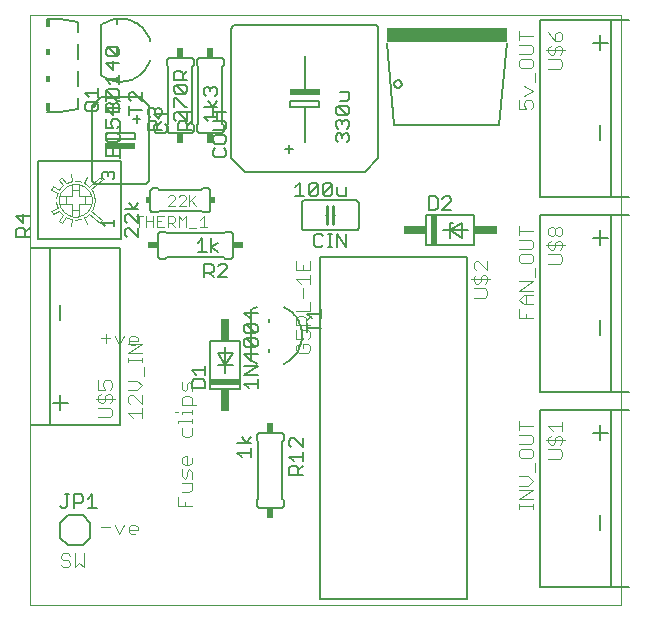
<source format=gto>
G75*
G70*
%OFA0B0*%
%FSLAX24Y24*%
%IPPOS*%
%LPD*%
%AMOC8*
5,1,8,0,0,1.08239X$1,22.5*
%
%ADD10C,0.0000*%
%ADD11C,0.0050*%
%ADD12C,0.0060*%
%ADD13R,0.0240X0.0340*%
%ADD14C,0.0040*%
%ADD15R,0.1000X0.0200*%
%ADD16R,0.0300X0.0750*%
%ADD17C,0.0100*%
%ADD18R,0.0200X0.1000*%
%ADD19R,0.0750X0.0300*%
%ADD20R,0.4000X0.0500*%
%ADD21R,0.0150X0.0200*%
%ADD22R,0.0340X0.0240*%
%ADD23C,0.0020*%
%ADD24R,0.0150X0.0300*%
D10*
X000776Y000605D02*
X000776Y020290D01*
X020461Y020290D01*
X020461Y000605D01*
X000776Y000605D01*
D11*
X001846Y003850D02*
X001921Y003850D01*
X001996Y003925D01*
X001996Y004300D01*
X001921Y004300D02*
X002071Y004300D01*
X002231Y004300D02*
X002457Y004300D01*
X002532Y004225D01*
X002532Y004075D01*
X002457Y004000D01*
X002231Y004000D01*
X002231Y003850D02*
X002231Y004300D01*
X002692Y004150D02*
X002842Y004300D01*
X002842Y003850D01*
X002692Y003850D02*
X002992Y003850D01*
X001846Y003850D02*
X001771Y003925D01*
X001414Y006605D02*
X000808Y006605D01*
X001414Y006605D02*
X001414Y012510D01*
X003776Y012510D01*
X003776Y006605D01*
X001414Y006605D01*
X001776Y007105D02*
X001776Y007355D01*
X002026Y007355D01*
X001776Y007355D02*
X001776Y007605D01*
X001776Y007355D02*
X001526Y007355D01*
X001776Y010105D02*
X001776Y010605D01*
X001414Y012510D02*
X000808Y012510D01*
X000751Y012880D02*
X000301Y012880D01*
X000301Y013105D01*
X000376Y013180D01*
X000526Y013180D01*
X000601Y013105D01*
X000601Y012880D01*
X000601Y013030D02*
X000751Y013180D01*
X000526Y013340D02*
X000526Y013640D01*
X000751Y013565D02*
X000301Y013565D01*
X000526Y013340D01*
X003176Y013355D02*
X003276Y013255D01*
X003176Y013355D02*
X003576Y013355D01*
X003576Y013255D01*
X003576Y013355D02*
X003576Y013455D01*
X003926Y013415D02*
X003926Y013565D01*
X004001Y013640D01*
X004076Y013640D01*
X004376Y013340D01*
X004376Y013640D01*
X004376Y013800D02*
X003926Y013800D01*
X004076Y014026D02*
X004226Y013800D01*
X004376Y014026D01*
X003926Y013415D02*
X004001Y013340D01*
X004001Y013180D02*
X003926Y013105D01*
X003926Y012955D01*
X004001Y012880D01*
X004001Y013180D02*
X004076Y013180D01*
X004376Y012880D01*
X004376Y013180D01*
X003526Y014805D02*
X003576Y014855D01*
X003576Y015005D01*
X003526Y015055D01*
X003426Y015055D01*
X003376Y015005D01*
X003376Y014905D01*
X003376Y015005D02*
X003326Y015055D01*
X003226Y015055D01*
X003176Y015005D01*
X003176Y014855D01*
X003226Y014805D01*
X003301Y015578D02*
X003301Y015803D01*
X003376Y015878D01*
X003451Y015878D01*
X003526Y015803D01*
X003526Y015578D01*
X003526Y015803D02*
X003601Y015878D01*
X003676Y015878D01*
X003751Y015803D01*
X003751Y015578D01*
X003301Y015578D01*
X003376Y016038D02*
X003301Y016113D01*
X003301Y016263D01*
X003376Y016338D01*
X003301Y016499D02*
X003526Y016499D01*
X003451Y016649D01*
X003451Y016724D01*
X003526Y016799D01*
X003676Y016799D01*
X003751Y016724D01*
X003751Y016574D01*
X003676Y016499D01*
X003676Y016338D02*
X003751Y016263D01*
X003751Y016113D01*
X003676Y016038D01*
X003376Y016038D01*
X003301Y016499D02*
X003301Y016799D01*
X003291Y017060D02*
X003291Y017285D01*
X003366Y017360D01*
X003441Y017360D01*
X003516Y017285D01*
X003516Y017060D01*
X003526Y016959D02*
X003526Y017259D01*
X003516Y017285D02*
X003591Y017360D01*
X003666Y017360D01*
X003741Y017285D01*
X003741Y017060D01*
X003291Y017060D01*
X003301Y017184D02*
X003526Y016959D01*
X003751Y017184D02*
X003301Y017184D01*
X003041Y017145D02*
X003041Y017295D01*
X002966Y017370D01*
X002666Y017370D01*
X002591Y017295D01*
X002591Y017145D01*
X002666Y017070D01*
X002966Y017070D01*
X003041Y017145D01*
X002891Y017220D02*
X003041Y017370D01*
X003041Y017530D02*
X003041Y017830D01*
X003041Y017680D02*
X002591Y017680D01*
X002741Y017530D01*
X003291Y017520D02*
X003291Y017745D01*
X003366Y017820D01*
X003666Y017820D01*
X003741Y017745D01*
X003741Y017520D01*
X003291Y017520D01*
X003301Y017419D02*
X003301Y017719D01*
X003376Y017719D01*
X003676Y017419D01*
X003751Y017419D01*
X004051Y017494D02*
X004126Y017419D01*
X004051Y017494D02*
X004051Y017644D01*
X004126Y017720D01*
X004201Y017720D01*
X004501Y017419D01*
X004501Y017720D01*
X004776Y017190D02*
X004851Y017190D01*
X004926Y017115D01*
X005001Y017190D01*
X005076Y017190D01*
X005151Y017115D01*
X005151Y016965D01*
X005076Y016890D01*
X005051Y016819D02*
X004901Y016969D01*
X005351Y016969D01*
X005351Y016819D02*
X005351Y017120D01*
X005551Y017200D02*
X005551Y017500D01*
X005626Y017500D01*
X005926Y017200D01*
X006001Y017200D01*
X006151Y017190D02*
X006151Y016890D01*
X006151Y017040D02*
X005701Y017040D01*
X005626Y017040D01*
X005551Y016965D01*
X005551Y016815D01*
X005626Y016740D01*
X005701Y016655D02*
X005701Y016430D01*
X006151Y016430D01*
X006001Y016430D02*
X006001Y016655D01*
X005926Y016730D01*
X005776Y016730D01*
X005701Y016655D01*
X005851Y016890D02*
X005701Y017040D01*
X006001Y016740D01*
X006001Y017040D01*
X006151Y016730D02*
X006001Y016580D01*
X006551Y016890D02*
X007001Y016890D01*
X007001Y016740D02*
X007001Y017040D01*
X006851Y017061D02*
X007301Y017061D01*
X007001Y017200D02*
X006551Y017200D01*
X006701Y017425D02*
X006851Y017200D01*
X007001Y017425D01*
X006926Y017584D02*
X007001Y017659D01*
X007001Y017809D01*
X006926Y017884D01*
X006851Y017884D01*
X006776Y017809D01*
X006776Y017734D01*
X006776Y017809D02*
X006701Y017884D01*
X006626Y017884D01*
X006551Y017809D01*
X006551Y017659D01*
X006626Y017584D01*
X006851Y017211D02*
X006851Y016911D01*
X006851Y016751D02*
X007226Y016751D01*
X007301Y016676D01*
X007301Y016525D01*
X007226Y016450D01*
X006851Y016450D01*
X006926Y016290D02*
X006851Y016215D01*
X006851Y016065D01*
X006926Y015990D01*
X007226Y015990D01*
X007301Y016065D01*
X007301Y016215D01*
X007226Y016290D01*
X006926Y016290D01*
X006926Y015830D02*
X006851Y015755D01*
X006851Y015605D01*
X006926Y015530D01*
X007226Y015530D01*
X007301Y015605D01*
X007301Y015755D01*
X007226Y015830D01*
X006701Y016740D02*
X006551Y016890D01*
X005926Y017660D02*
X005626Y017961D01*
X005926Y017961D01*
X006001Y017886D01*
X006001Y017735D01*
X005926Y017660D01*
X005626Y017660D01*
X005551Y017735D01*
X005551Y017886D01*
X005626Y017961D01*
X005551Y018121D02*
X005551Y018346D01*
X005626Y018421D01*
X005776Y018421D01*
X005851Y018346D01*
X005851Y018121D01*
X005851Y018271D02*
X006001Y018421D01*
X006001Y018121D02*
X005551Y018121D01*
X004776Y017190D02*
X004701Y017115D01*
X004701Y016965D01*
X004776Y016890D01*
X004776Y016730D02*
X004926Y016730D01*
X005001Y016655D01*
X005001Y016430D01*
X004976Y016359D02*
X004901Y016434D01*
X004901Y016584D01*
X004976Y016659D01*
X005001Y016580D02*
X005151Y016730D01*
X005276Y016659D02*
X005351Y016584D01*
X005351Y016434D01*
X005276Y016359D01*
X004976Y016359D01*
X005151Y016430D02*
X004701Y016430D01*
X004701Y016655D01*
X004776Y016730D01*
X004926Y017040D02*
X004926Y017115D01*
X004501Y017109D02*
X004051Y017109D01*
X004051Y016959D02*
X004051Y017259D01*
X003741Y017980D02*
X003741Y018281D01*
X003676Y018217D02*
X003676Y018059D01*
X003741Y018131D02*
X003291Y018131D01*
X003441Y017980D01*
X003126Y018280D02*
X003126Y019929D01*
X003676Y019992D02*
X003676Y020150D01*
X003676Y019217D02*
X003676Y018992D01*
X003741Y018976D02*
X003666Y018901D01*
X003366Y019201D01*
X003666Y019201D01*
X003741Y019126D01*
X003741Y018976D01*
X003666Y018901D02*
X003366Y018901D01*
X003291Y018976D01*
X003291Y019126D01*
X003366Y019201D01*
X003126Y019930D02*
X003174Y019965D01*
X003224Y019998D01*
X003276Y020029D01*
X003330Y020056D01*
X003385Y020080D01*
X003442Y020100D01*
X003499Y020118D01*
X003557Y020132D01*
X003616Y020143D01*
X003676Y020150D01*
X004779Y018795D02*
X004759Y018735D01*
X004735Y018676D01*
X004707Y018619D01*
X004676Y018564D01*
X004641Y018510D01*
X004604Y018459D01*
X004563Y018410D01*
X004519Y018364D01*
X004473Y018320D01*
X004424Y018279D01*
X004373Y018241D01*
X004320Y018207D01*
X004264Y018175D01*
X004207Y018148D01*
X004148Y018123D01*
X004088Y018103D01*
X004027Y018085D01*
X003965Y018072D01*
X003902Y018063D01*
X003839Y018057D01*
X003775Y018055D01*
X003711Y018057D01*
X003648Y018063D01*
X003585Y018072D01*
X003523Y018086D01*
X003462Y018103D01*
X003402Y018124D01*
X003343Y018148D01*
X003286Y018176D01*
X003230Y018208D01*
X003177Y018243D01*
X003126Y018280D01*
X003291Y018666D02*
X003516Y018441D01*
X003516Y018741D01*
X003741Y018666D02*
X003291Y018666D01*
X003676Y020150D02*
X003738Y020154D01*
X003801Y020155D01*
X003863Y020151D01*
X003925Y020144D01*
X003986Y020134D01*
X004047Y020119D01*
X004107Y020101D01*
X004166Y020080D01*
X004223Y020055D01*
X004278Y020027D01*
X004332Y019996D01*
X004384Y019961D01*
X004434Y019923D01*
X004481Y019883D01*
X004526Y019839D01*
X004569Y019794D01*
X004608Y019745D01*
X004645Y019695D01*
X004678Y019642D01*
X004709Y019588D01*
X004736Y019531D01*
X004759Y019474D01*
X004779Y019415D01*
X009610Y014530D02*
X009760Y014680D01*
X009760Y014230D01*
X009610Y014230D02*
X009910Y014230D01*
X010070Y014305D02*
X010370Y014605D01*
X010370Y014305D01*
X010295Y014230D01*
X010145Y014230D01*
X010070Y014305D01*
X010070Y014605D01*
X010145Y014680D01*
X010295Y014680D01*
X010370Y014605D01*
X010530Y014605D02*
X010530Y014305D01*
X010830Y014605D01*
X010830Y014305D01*
X010755Y014230D01*
X010605Y014230D01*
X010530Y014305D01*
X010530Y014605D02*
X010605Y014680D01*
X010755Y014680D01*
X010830Y014605D01*
X010991Y014530D02*
X010991Y014305D01*
X011066Y014230D01*
X011291Y014230D01*
X011291Y014530D01*
X011326Y016030D02*
X011401Y016105D01*
X011401Y016255D01*
X011326Y016330D01*
X011251Y016330D01*
X011176Y016255D01*
X011176Y016180D01*
X011176Y016255D02*
X011101Y016330D01*
X011026Y016330D01*
X010951Y016255D01*
X010951Y016105D01*
X011026Y016030D01*
X011026Y016490D02*
X010951Y016565D01*
X010951Y016715D01*
X011026Y016790D01*
X011101Y016790D01*
X011176Y016715D01*
X011251Y016790D01*
X011326Y016790D01*
X011401Y016715D01*
X011401Y016565D01*
X011326Y016490D01*
X011176Y016640D02*
X011176Y016715D01*
X011326Y016950D02*
X011026Y016950D01*
X010951Y017025D01*
X010951Y017176D01*
X011026Y017251D01*
X011326Y016950D01*
X011401Y017025D01*
X011401Y017176D01*
X011326Y017251D01*
X011026Y017251D01*
X011101Y017411D02*
X011326Y017411D01*
X011401Y017486D01*
X011401Y017711D01*
X011101Y017711D01*
X012901Y016605D02*
X012651Y019355D01*
X012901Y017980D02*
X012903Y018002D01*
X012909Y018023D01*
X012918Y018042D01*
X012930Y018060D01*
X012946Y018076D01*
X012963Y018088D01*
X012983Y018097D01*
X013004Y018103D01*
X013026Y018105D01*
X013048Y018103D01*
X013069Y018097D01*
X013088Y018088D01*
X013106Y018076D01*
X013122Y018060D01*
X013134Y018042D01*
X013143Y018023D01*
X013149Y018002D01*
X013151Y017980D01*
X013149Y017958D01*
X013143Y017937D01*
X013134Y017918D01*
X013122Y017900D01*
X013106Y017884D01*
X013089Y017872D01*
X013069Y017863D01*
X013048Y017857D01*
X013026Y017855D01*
X013004Y017857D01*
X012983Y017863D01*
X012963Y017872D01*
X012946Y017884D01*
X012930Y017900D01*
X012918Y017917D01*
X012909Y017937D01*
X012903Y017958D01*
X012901Y017980D01*
X012901Y016605D02*
X016401Y016605D01*
X016651Y019355D01*
X017776Y020105D02*
X020138Y020105D01*
X020138Y014199D01*
X017776Y014199D01*
X017776Y020105D01*
X019526Y019355D02*
X019776Y019355D01*
X020026Y019355D01*
X019776Y019355D02*
X019776Y019105D01*
X019776Y019355D02*
X019776Y019605D01*
X020138Y020105D02*
X020745Y020105D01*
X019776Y016605D02*
X019776Y016105D01*
X020138Y014199D02*
X020745Y014199D01*
X020745Y013605D02*
X020138Y013605D01*
X020138Y007699D01*
X017776Y007699D01*
X017776Y013605D01*
X020138Y013605D01*
X019776Y013105D02*
X019776Y012855D01*
X019526Y012855D01*
X019776Y012855D02*
X020026Y012855D01*
X019776Y012855D02*
X019776Y012605D01*
X019776Y010105D02*
X019776Y009605D01*
X020138Y007699D02*
X020745Y007699D01*
X020745Y007105D02*
X020138Y007105D01*
X020138Y001199D01*
X017776Y001199D01*
X017776Y007105D01*
X020138Y007105D01*
X019776Y006605D02*
X019776Y006355D01*
X019526Y006355D01*
X019776Y006355D02*
X019776Y006105D01*
X019776Y006355D02*
X020026Y006355D01*
X019776Y003605D02*
X019776Y003105D01*
X020138Y001199D02*
X020745Y001199D01*
X015335Y000806D02*
X010414Y000806D01*
X010414Y012223D01*
X015335Y012223D01*
X015335Y000806D01*
X009851Y004949D02*
X009401Y004949D01*
X009401Y005174D01*
X009476Y005249D01*
X009626Y005249D01*
X009701Y005174D01*
X009701Y004949D01*
X009701Y005099D02*
X009851Y005249D01*
X009851Y005409D02*
X009851Y005709D01*
X009851Y005559D02*
X009401Y005559D01*
X009551Y005409D01*
X009476Y005869D02*
X009401Y005944D01*
X009401Y006094D01*
X009476Y006170D01*
X009551Y006170D01*
X009851Y005869D01*
X009851Y006170D01*
X008351Y007830D02*
X008351Y008130D01*
X008351Y007980D02*
X007901Y007980D01*
X008051Y007830D01*
X007901Y008290D02*
X008351Y008590D01*
X007901Y008590D01*
X008126Y008750D02*
X008126Y009051D01*
X008276Y009211D02*
X007976Y009211D01*
X007901Y009286D01*
X007901Y009436D01*
X007976Y009511D01*
X008276Y009211D01*
X008351Y009286D01*
X008351Y009436D01*
X008276Y009511D01*
X007976Y009511D01*
X007976Y009671D02*
X007901Y009746D01*
X007901Y009896D01*
X007976Y009971D01*
X008276Y009671D01*
X008351Y009746D01*
X008351Y009896D01*
X008276Y009971D01*
X007976Y009971D01*
X008126Y010131D02*
X008126Y010432D01*
X008126Y010430D02*
X008126Y008780D01*
X008126Y008750D02*
X007901Y008976D01*
X008351Y008976D01*
X008726Y009052D02*
X008726Y009157D01*
X008338Y008651D02*
X008282Y008678D01*
X008228Y008709D01*
X008176Y008743D01*
X008126Y008780D01*
X008351Y008290D02*
X007901Y008290D01*
X006601Y008290D02*
X006601Y008590D01*
X006601Y008440D02*
X006151Y008440D01*
X006301Y008290D01*
X006226Y008130D02*
X006151Y008055D01*
X006151Y007830D01*
X006601Y007830D01*
X006601Y008055D01*
X006526Y008130D01*
X006226Y008130D01*
X007976Y009671D02*
X008276Y009671D01*
X008126Y010131D02*
X007901Y010357D01*
X008351Y010357D01*
X008726Y010157D02*
X008726Y010052D01*
X008329Y010555D02*
X008275Y010528D01*
X008224Y010498D01*
X008174Y010465D01*
X008126Y010430D01*
X009223Y010555D02*
X009280Y010526D01*
X009336Y010493D01*
X009389Y010458D01*
X009440Y010418D01*
X009488Y010376D01*
X009534Y010331D01*
X009577Y010284D01*
X009617Y010234D01*
X009654Y010181D01*
X009687Y010126D01*
X009718Y010070D01*
X009744Y010011D01*
X009767Y009951D01*
X009787Y009890D01*
X009802Y009828D01*
X009814Y009765D01*
X009822Y009701D01*
X009826Y009637D01*
X009826Y009573D01*
X009822Y009509D01*
X009814Y009445D01*
X009802Y009382D01*
X009787Y009320D01*
X009767Y009259D01*
X009744Y009199D01*
X009718Y009140D01*
X009687Y009084D01*
X009654Y009029D01*
X009617Y008976D01*
X009577Y008926D01*
X009534Y008879D01*
X009488Y008834D01*
X009440Y008792D01*
X009389Y008752D01*
X009336Y008717D01*
X009280Y008684D01*
X009223Y008655D01*
X010001Y009709D02*
X010001Y010009D01*
X010001Y009859D02*
X010451Y009859D01*
X010451Y010169D02*
X010451Y010470D01*
X010451Y010319D02*
X010001Y010319D01*
X010151Y010169D01*
X010298Y012530D02*
X010223Y012605D01*
X010223Y012905D01*
X010298Y012980D01*
X010449Y012980D01*
X010524Y012905D01*
X010684Y012980D02*
X010834Y012980D01*
X010759Y012980D02*
X010759Y012530D01*
X010684Y012530D02*
X010834Y012530D01*
X010991Y012530D02*
X010991Y012980D01*
X011291Y012530D01*
X011291Y012980D01*
X010524Y012605D02*
X010449Y012530D01*
X010298Y012530D01*
X007341Y011905D02*
X007266Y011980D01*
X007116Y011980D01*
X007041Y011905D01*
X006881Y011905D02*
X006881Y011755D01*
X006805Y011680D01*
X006580Y011680D01*
X006580Y011530D02*
X006580Y011980D01*
X006805Y011980D01*
X006881Y011905D01*
X006730Y011680D02*
X006881Y011530D01*
X007041Y011530D02*
X007341Y011830D01*
X007341Y011905D01*
X007341Y011530D02*
X007041Y011530D01*
X007033Y012380D02*
X006807Y012530D01*
X007033Y012680D01*
X006807Y012830D02*
X006807Y012380D01*
X006647Y012380D02*
X006347Y012380D01*
X006497Y012380D02*
X006497Y012830D01*
X006347Y012680D01*
X007826Y006221D02*
X007976Y005996D01*
X008126Y006221D01*
X008126Y005996D02*
X007676Y005996D01*
X007676Y005686D02*
X008126Y005686D01*
X008126Y005536D02*
X008126Y005836D01*
X007826Y005536D02*
X007676Y005686D01*
X014051Y013780D02*
X014276Y013780D01*
X014351Y013855D01*
X014351Y014155D01*
X014276Y014230D01*
X014051Y014230D01*
X014051Y013780D01*
X014511Y013780D02*
X014812Y014080D01*
X014812Y014155D01*
X014737Y014230D01*
X014586Y014230D01*
X014511Y014155D01*
X014511Y013780D02*
X014812Y013780D01*
D12*
X014776Y013355D02*
X014776Y013105D01*
X014776Y012855D01*
X014776Y013105D02*
X014526Y013105D01*
X014776Y013105D02*
X015176Y013355D01*
X015176Y012855D01*
X014776Y013105D01*
X015376Y013105D01*
X015576Y013605D02*
X013976Y013605D01*
X013976Y012605D01*
X015576Y012605D01*
X015576Y013605D01*
X014876Y013355D02*
X014776Y013355D01*
X012376Y015505D02*
X011926Y015055D01*
X007926Y015055D01*
X007476Y015505D01*
X007476Y019805D01*
X007478Y019828D01*
X007483Y019851D01*
X007492Y019873D01*
X007505Y019893D01*
X007520Y019911D01*
X007538Y019926D01*
X007558Y019939D01*
X007580Y019948D01*
X007603Y019953D01*
X007626Y019955D01*
X012226Y019955D01*
X012249Y019953D01*
X012272Y019948D01*
X012294Y019939D01*
X012314Y019926D01*
X012332Y019911D01*
X012347Y019893D01*
X012360Y019873D01*
X012369Y019851D01*
X012374Y019828D01*
X012376Y019805D01*
X012376Y015505D01*
X011626Y014105D02*
X009926Y014105D01*
X009909Y014103D01*
X009892Y014099D01*
X009876Y014092D01*
X009862Y014082D01*
X009849Y014069D01*
X009839Y014055D01*
X009832Y014039D01*
X009828Y014022D01*
X009826Y014005D01*
X009826Y013205D01*
X009828Y013188D01*
X009832Y013171D01*
X009839Y013155D01*
X009849Y013141D01*
X009862Y013128D01*
X009876Y013118D01*
X009892Y013111D01*
X009909Y013107D01*
X009926Y013105D01*
X011626Y013105D01*
X011643Y013107D01*
X011660Y013111D01*
X011676Y013118D01*
X011690Y013128D01*
X011703Y013141D01*
X011713Y013155D01*
X011720Y013171D01*
X011724Y013188D01*
X011726Y013205D01*
X011726Y014005D01*
X011724Y014022D01*
X011720Y014039D01*
X011713Y014055D01*
X011703Y014069D01*
X011690Y014082D01*
X011676Y014092D01*
X011660Y014099D01*
X011643Y014103D01*
X011626Y014105D01*
X010926Y013605D02*
X010876Y013605D01*
X010676Y013605D02*
X010626Y013605D01*
X009386Y015675D02*
X009386Y015935D01*
X009266Y015805D02*
X009516Y015805D01*
X009926Y016055D02*
X009926Y017205D01*
X009446Y017205D01*
X009446Y017405D01*
X010406Y017405D01*
X010406Y017205D01*
X009926Y017205D01*
X009926Y017755D02*
X009926Y018905D01*
X007226Y018755D02*
X007226Y018605D01*
X007176Y018555D01*
X007176Y016655D01*
X007226Y016605D01*
X007226Y016455D01*
X007224Y016438D01*
X007220Y016421D01*
X007213Y016405D01*
X007203Y016391D01*
X007190Y016378D01*
X007176Y016368D01*
X007160Y016361D01*
X007143Y016357D01*
X007126Y016355D01*
X006426Y016355D01*
X006409Y016357D01*
X006392Y016361D01*
X006376Y016368D01*
X006362Y016378D01*
X006349Y016391D01*
X006339Y016405D01*
X006332Y016421D01*
X006328Y016438D01*
X006326Y016455D01*
X006326Y016605D01*
X006376Y016655D01*
X006376Y018555D01*
X006326Y018605D01*
X006326Y018755D01*
X006226Y018755D02*
X006226Y018605D01*
X006176Y018555D01*
X006176Y016655D01*
X006226Y016605D01*
X006226Y016455D01*
X006224Y016438D01*
X006220Y016421D01*
X006213Y016405D01*
X006203Y016391D01*
X006190Y016378D01*
X006176Y016368D01*
X006160Y016361D01*
X006143Y016357D01*
X006126Y016355D01*
X005426Y016355D01*
X005409Y016357D01*
X005392Y016361D01*
X005376Y016368D01*
X005362Y016378D01*
X005349Y016391D01*
X005339Y016405D01*
X005332Y016421D01*
X005328Y016438D01*
X005326Y016455D01*
X005326Y016605D01*
X005376Y016655D01*
X005376Y018555D01*
X005326Y018605D01*
X005326Y018755D01*
X005328Y018772D01*
X005332Y018789D01*
X005339Y018805D01*
X005349Y018819D01*
X005362Y018832D01*
X005376Y018842D01*
X005392Y018849D01*
X005409Y018853D01*
X005426Y018855D01*
X006126Y018855D01*
X006143Y018853D01*
X006160Y018849D01*
X006176Y018842D01*
X006190Y018832D01*
X006203Y018819D01*
X006213Y018805D01*
X006220Y018789D01*
X006224Y018772D01*
X006226Y018755D01*
X006326Y018755D02*
X006328Y018772D01*
X006332Y018789D01*
X006339Y018805D01*
X006349Y018819D01*
X006362Y018832D01*
X006376Y018842D01*
X006392Y018849D01*
X006409Y018853D01*
X006426Y018855D01*
X007126Y018855D01*
X007143Y018853D01*
X007160Y018849D01*
X007176Y018842D01*
X007190Y018832D01*
X007203Y018819D01*
X007213Y018805D01*
X007220Y018789D01*
X007224Y018772D01*
X007226Y018755D01*
X004726Y017255D02*
X004426Y017555D01*
X003126Y017555D01*
X002826Y017255D01*
X002826Y014805D01*
X002828Y014782D01*
X002833Y014759D01*
X002842Y014737D01*
X002855Y014717D01*
X002870Y014699D01*
X002888Y014684D01*
X002908Y014671D01*
X002930Y014662D01*
X002953Y014657D01*
X002976Y014655D01*
X004576Y014655D01*
X004599Y014657D01*
X004622Y014662D01*
X004644Y014671D01*
X004664Y014684D01*
X004682Y014699D01*
X004697Y014717D01*
X004710Y014737D01*
X004719Y014759D01*
X004724Y014782D01*
X004726Y014805D01*
X004726Y017255D01*
X004316Y016935D02*
X004316Y016675D01*
X004436Y016805D02*
X004186Y016805D01*
X003776Y016705D02*
X003776Y016355D01*
X004256Y016355D01*
X004256Y016155D01*
X003296Y016155D01*
X003296Y016355D01*
X003776Y016355D01*
X003776Y015855D02*
X003776Y015505D01*
X003788Y015404D02*
X003788Y012806D01*
X001036Y012806D01*
X001036Y015404D01*
X003788Y015404D01*
X004776Y014405D02*
X004776Y013805D01*
X004778Y013788D01*
X004782Y013771D01*
X004789Y013755D01*
X004799Y013741D01*
X004812Y013728D01*
X004826Y013718D01*
X004842Y013711D01*
X004859Y013707D01*
X004876Y013705D01*
X005026Y013705D01*
X005076Y013755D01*
X006476Y013755D01*
X006526Y013705D01*
X006676Y013705D01*
X006693Y013707D01*
X006710Y013711D01*
X006726Y013718D01*
X006740Y013728D01*
X006753Y013741D01*
X006763Y013755D01*
X006770Y013771D01*
X006774Y013788D01*
X006776Y013805D01*
X006776Y014405D01*
X006774Y014422D01*
X006770Y014439D01*
X006763Y014455D01*
X006753Y014469D01*
X006740Y014482D01*
X006726Y014492D01*
X006710Y014499D01*
X006693Y014503D01*
X006676Y014505D01*
X006526Y014505D01*
X006476Y014455D01*
X005076Y014455D01*
X005026Y014505D01*
X004876Y014505D01*
X004859Y014503D01*
X004842Y014499D01*
X004826Y014492D01*
X004812Y014482D01*
X004799Y014469D01*
X004789Y014455D01*
X004782Y014439D01*
X004778Y014422D01*
X004776Y014405D01*
X005126Y013055D02*
X005276Y013055D01*
X005326Y013005D01*
X007226Y013005D01*
X007276Y013055D01*
X007426Y013055D01*
X007443Y013053D01*
X007460Y013049D01*
X007476Y013042D01*
X007490Y013032D01*
X007503Y013019D01*
X007513Y013005D01*
X007520Y012989D01*
X007524Y012972D01*
X007526Y012955D01*
X007526Y012255D01*
X007524Y012238D01*
X007520Y012221D01*
X007513Y012205D01*
X007503Y012191D01*
X007490Y012178D01*
X007476Y012168D01*
X007460Y012161D01*
X007443Y012157D01*
X007426Y012155D01*
X007276Y012155D01*
X007226Y012205D01*
X005326Y012205D01*
X005276Y012155D01*
X005126Y012155D01*
X005109Y012157D01*
X005092Y012161D01*
X005076Y012168D01*
X005062Y012178D01*
X005049Y012191D01*
X005039Y012205D01*
X005032Y012221D01*
X005028Y012238D01*
X005026Y012255D01*
X005026Y012955D01*
X005028Y012972D01*
X005032Y012989D01*
X005039Y013005D01*
X005049Y013019D01*
X005062Y013032D01*
X005076Y013042D01*
X005092Y013049D01*
X005109Y013053D01*
X005126Y013055D01*
X006776Y009405D02*
X006776Y007805D01*
X007776Y007805D01*
X007776Y009405D01*
X006776Y009405D01*
X007026Y009005D02*
X007276Y008605D01*
X007526Y008605D01*
X007276Y008605D02*
X007526Y009005D01*
X007026Y009005D01*
X007276Y009205D02*
X007276Y008605D01*
X007026Y008605D01*
X007276Y008605D02*
X007276Y008355D01*
X008426Y006355D02*
X009126Y006355D01*
X009143Y006353D01*
X009160Y006349D01*
X009176Y006342D01*
X009190Y006332D01*
X009203Y006319D01*
X009213Y006305D01*
X009220Y006289D01*
X009224Y006272D01*
X009226Y006255D01*
X009226Y006105D01*
X009176Y006055D01*
X009176Y004155D01*
X009226Y004105D01*
X009226Y003955D01*
X009224Y003938D01*
X009220Y003921D01*
X009213Y003905D01*
X009203Y003891D01*
X009190Y003878D01*
X009176Y003868D01*
X009160Y003861D01*
X009143Y003857D01*
X009126Y003855D01*
X008426Y003855D01*
X008409Y003857D01*
X008392Y003861D01*
X008376Y003868D01*
X008362Y003878D01*
X008349Y003891D01*
X008339Y003905D01*
X008332Y003921D01*
X008328Y003938D01*
X008326Y003955D01*
X008326Y004105D01*
X008376Y004155D01*
X008376Y006055D01*
X008326Y006105D01*
X008326Y006255D01*
X008328Y006272D01*
X008332Y006289D01*
X008339Y006305D01*
X008349Y006319D01*
X008362Y006332D01*
X008376Y006342D01*
X008392Y006349D01*
X008409Y006353D01*
X008426Y006355D01*
X002776Y003355D02*
X002776Y002855D01*
X002526Y002605D01*
X002026Y002605D01*
X001776Y002855D01*
X001776Y003355D01*
X002026Y003605D01*
X002526Y003605D01*
X002776Y003355D01*
X001776Y017055D02*
X001326Y017055D01*
X001776Y017055D02*
X002376Y017155D01*
X002376Y017505D01*
X002376Y017905D02*
X002376Y018405D01*
X002376Y018805D02*
X002376Y019305D01*
X002376Y019705D02*
X002376Y020055D01*
X001776Y020155D01*
X001326Y020155D01*
D13*
X005776Y019025D03*
X006776Y019025D03*
X006776Y016185D03*
X005776Y016185D03*
X008776Y006525D03*
X008776Y003685D03*
D14*
X006150Y003903D02*
X005689Y003903D01*
X005689Y004209D01*
X005843Y004363D02*
X006073Y004363D01*
X006150Y004440D01*
X006150Y004670D01*
X005843Y004670D01*
X005920Y004823D02*
X005843Y004900D01*
X005843Y005130D01*
X005996Y005053D02*
X005996Y004900D01*
X005920Y004823D01*
X006150Y004823D02*
X006150Y005053D01*
X006073Y005130D01*
X005996Y005053D01*
X005996Y005284D02*
X005996Y005591D01*
X005920Y005591D01*
X005843Y005514D01*
X005843Y005360D01*
X005920Y005284D01*
X006073Y005284D01*
X006150Y005360D01*
X006150Y005514D01*
X006073Y006204D02*
X005920Y006204D01*
X005843Y006281D01*
X005843Y006511D01*
X005689Y006665D02*
X005689Y006741D01*
X006150Y006741D01*
X006150Y006665D02*
X006150Y006818D01*
X006150Y006972D02*
X006150Y007125D01*
X006150Y007048D02*
X005843Y007048D01*
X005843Y006972D01*
X005689Y007048D02*
X005613Y007048D01*
X005843Y007278D02*
X005843Y007509D01*
X005920Y007585D01*
X006073Y007585D01*
X006150Y007509D01*
X006150Y007278D01*
X006303Y007278D02*
X005843Y007278D01*
X005920Y007739D02*
X005843Y007816D01*
X005843Y008046D01*
X005996Y007969D02*
X005996Y007816D01*
X005920Y007739D01*
X006150Y007739D02*
X006150Y007969D01*
X006073Y008046D01*
X005996Y007969D01*
X004564Y008237D02*
X004564Y008544D01*
X004488Y008697D02*
X004488Y008851D01*
X004488Y008774D02*
X004027Y008774D01*
X004027Y008697D02*
X004027Y008851D01*
X004027Y009004D02*
X004488Y009311D01*
X004027Y009311D01*
X004048Y009351D02*
X004125Y009274D01*
X004278Y009274D01*
X004355Y009428D02*
X004048Y009428D01*
X004048Y009504D02*
X004125Y009581D01*
X004278Y009581D01*
X004355Y009504D01*
X004355Y009428D01*
X004048Y009351D02*
X004048Y009504D01*
X003895Y009581D02*
X003741Y009274D01*
X003588Y009581D01*
X003434Y009504D02*
X003128Y009504D01*
X003281Y009351D02*
X003281Y009658D01*
X004027Y009004D02*
X004488Y009004D01*
X004334Y008083D02*
X004027Y008083D01*
X004334Y008083D02*
X004488Y007930D01*
X004334Y007777D01*
X004027Y007777D01*
X004104Y007623D02*
X004027Y007546D01*
X004027Y007393D01*
X004104Y007316D01*
X004104Y007623D02*
X004181Y007623D01*
X004488Y007316D01*
X004488Y007623D01*
X004488Y007163D02*
X004488Y006856D01*
X004488Y007009D02*
X004027Y007009D01*
X004181Y006856D01*
X003583Y007489D02*
X002969Y007489D01*
X003046Y007565D02*
X003122Y007642D01*
X003046Y007565D02*
X003046Y007412D01*
X003122Y007335D01*
X003199Y007335D01*
X003276Y007412D01*
X003276Y007565D01*
X003353Y007642D01*
X003429Y007642D01*
X003506Y007565D01*
X003506Y007412D01*
X003429Y007335D01*
X003429Y007182D02*
X003046Y007182D01*
X003046Y006875D02*
X003429Y006875D01*
X003506Y006951D01*
X003506Y007105D01*
X003429Y007182D01*
X003429Y007795D02*
X003506Y007872D01*
X003506Y008026D01*
X003429Y008102D01*
X003276Y008102D01*
X003199Y008026D01*
X003199Y007949D01*
X003276Y007795D01*
X003046Y007795D01*
X003046Y008102D01*
X006150Y006511D02*
X006150Y006281D01*
X006073Y006204D01*
X005920Y004056D02*
X005920Y003903D01*
X004355Y003205D02*
X004355Y003129D01*
X004048Y003129D01*
X004048Y003205D02*
X004125Y003282D01*
X004278Y003282D01*
X004355Y003205D01*
X004278Y002975D02*
X004125Y002975D01*
X004048Y003052D01*
X004048Y003205D01*
X003895Y003282D02*
X003741Y002975D01*
X003588Y003282D01*
X003434Y003205D02*
X003128Y003205D01*
X002563Y002335D02*
X002563Y001875D01*
X002410Y002028D01*
X002256Y001875D01*
X002256Y002335D01*
X002103Y002258D02*
X002026Y002335D01*
X001873Y002335D01*
X001796Y002258D01*
X001796Y002182D01*
X001873Y002105D01*
X002026Y002105D01*
X002103Y002028D01*
X002103Y001951D01*
X002026Y001875D01*
X001873Y001875D01*
X001796Y001951D01*
X009646Y009097D02*
X009723Y009020D01*
X010030Y009020D01*
X010106Y009097D01*
X010106Y009250D01*
X010030Y009327D01*
X009876Y009327D01*
X009876Y009174D01*
X009723Y009327D02*
X009646Y009250D01*
X009646Y009097D01*
X009646Y009480D02*
X009876Y009480D01*
X009800Y009634D01*
X009800Y009711D01*
X009876Y009787D01*
X010030Y009787D01*
X010106Y009711D01*
X010106Y009557D01*
X010030Y009480D01*
X009646Y009480D02*
X009646Y009787D01*
X009646Y009941D02*
X009646Y010171D01*
X009723Y010248D01*
X009876Y010248D01*
X009953Y010171D01*
X009953Y009941D01*
X009953Y010094D02*
X010106Y010248D01*
X010106Y010401D02*
X010106Y010708D01*
X009876Y010862D02*
X009876Y011168D01*
X009800Y011322D02*
X009646Y011475D01*
X010106Y011475D01*
X010106Y011322D02*
X010106Y011629D01*
X010106Y011782D02*
X010106Y012089D01*
X009876Y011936D02*
X009876Y011782D01*
X009646Y011782D02*
X010106Y011782D01*
X009646Y011782D02*
X009646Y012089D01*
X009646Y010401D02*
X010106Y010401D01*
X010106Y009941D02*
X009646Y009941D01*
X006670Y013225D02*
X006437Y013225D01*
X006554Y013225D02*
X006554Y013575D01*
X006437Y013458D01*
X006311Y013166D02*
X006078Y013166D01*
X005952Y013225D02*
X005952Y013575D01*
X005835Y013458D01*
X005719Y013575D01*
X005719Y013225D01*
X005593Y013225D02*
X005476Y013341D01*
X005535Y013341D02*
X005360Y013341D01*
X005360Y013225D02*
X005360Y013575D01*
X005535Y013575D01*
X005593Y013517D01*
X005593Y013400D01*
X005535Y013341D01*
X005234Y013225D02*
X005001Y013225D01*
X005001Y013575D01*
X005234Y013575D01*
X005117Y013400D02*
X005001Y013400D01*
X004875Y013400D02*
X004641Y013400D01*
X004641Y013225D02*
X004641Y013575D01*
X004516Y013575D02*
X004282Y013575D01*
X004399Y013575D02*
X004399Y013225D01*
X004875Y013225D02*
X004875Y013575D01*
X005359Y013925D02*
X005592Y014158D01*
X005592Y014217D01*
X005534Y014275D01*
X005417Y014275D01*
X005359Y014217D01*
X005359Y013925D02*
X005592Y013925D01*
X005718Y013925D02*
X005951Y014158D01*
X005951Y014217D01*
X005893Y014275D01*
X005776Y014275D01*
X005718Y014217D01*
X005718Y013925D02*
X005951Y013925D01*
X006077Y013925D02*
X006077Y014275D01*
X006135Y014100D02*
X006310Y013925D01*
X006077Y014041D02*
X006310Y014275D01*
X015552Y012013D02*
X015552Y011859D01*
X015628Y011782D01*
X015628Y011629D02*
X015552Y011552D01*
X015552Y011399D01*
X015628Y011322D01*
X015705Y011322D01*
X015782Y011399D01*
X015782Y011552D01*
X015859Y011629D01*
X015935Y011629D01*
X016012Y011552D01*
X016012Y011399D01*
X015935Y011322D01*
X015935Y011169D02*
X015552Y011169D01*
X015552Y010862D02*
X015935Y010862D01*
X016012Y010938D01*
X016012Y011092D01*
X015935Y011169D01*
X016089Y011475D02*
X015475Y011475D01*
X016012Y011782D02*
X015705Y012089D01*
X015628Y012089D01*
X015552Y012013D01*
X016012Y012089D02*
X016012Y011782D01*
X017064Y012089D02*
X017141Y012012D01*
X017448Y012012D01*
X017525Y012089D01*
X017525Y012242D01*
X017448Y012319D01*
X017141Y012319D01*
X017064Y012242D01*
X017064Y012089D01*
X017064Y012473D02*
X017448Y012473D01*
X017525Y012549D01*
X017525Y012703D01*
X017448Y012780D01*
X017064Y012780D01*
X017064Y012933D02*
X017064Y013240D01*
X017064Y013086D02*
X017525Y013086D01*
X018046Y013144D02*
X018046Y012991D01*
X018122Y012914D01*
X018199Y012914D01*
X018276Y012991D01*
X018276Y013144D01*
X018353Y013221D01*
X018429Y013221D01*
X018506Y013144D01*
X018506Y012991D01*
X018429Y012914D01*
X018353Y012914D01*
X018276Y012991D01*
X018276Y013144D02*
X018199Y013221D01*
X018122Y013221D01*
X018046Y013144D01*
X018122Y012761D02*
X018046Y012684D01*
X018046Y012531D01*
X018122Y012454D01*
X018199Y012454D01*
X018276Y012531D01*
X018276Y012684D01*
X018353Y012761D01*
X018429Y012761D01*
X018506Y012684D01*
X018506Y012531D01*
X018429Y012454D01*
X018429Y012300D02*
X018046Y012300D01*
X017969Y012607D02*
X018583Y012607D01*
X018429Y012300D02*
X018506Y012224D01*
X018506Y012070D01*
X018429Y011994D01*
X018046Y011994D01*
X017601Y011859D02*
X017601Y011552D01*
X017525Y011399D02*
X017064Y011399D01*
X017064Y011092D02*
X017525Y011399D01*
X017525Y011092D02*
X017064Y011092D01*
X017218Y010938D02*
X017064Y010785D01*
X017218Y010631D01*
X017525Y010631D01*
X017294Y010631D02*
X017294Y010938D01*
X017218Y010938D02*
X017525Y010938D01*
X017064Y010478D02*
X017064Y010171D01*
X017525Y010171D01*
X017294Y010171D02*
X017294Y010324D01*
X017064Y006740D02*
X017064Y006433D01*
X017064Y006280D02*
X017448Y006280D01*
X017525Y006203D01*
X017525Y006049D01*
X017448Y005973D01*
X017064Y005973D01*
X017141Y005819D02*
X017064Y005742D01*
X017064Y005589D01*
X017141Y005512D01*
X017448Y005512D01*
X017525Y005589D01*
X017525Y005742D01*
X017448Y005819D01*
X017141Y005819D01*
X017601Y005359D02*
X017601Y005052D01*
X017371Y004899D02*
X017064Y004899D01*
X017064Y004592D02*
X017371Y004592D01*
X017525Y004745D01*
X017371Y004899D01*
X017525Y004438D02*
X017064Y004438D01*
X017064Y004131D02*
X017525Y004438D01*
X017525Y004131D02*
X017064Y004131D01*
X017064Y003978D02*
X017064Y003824D01*
X017064Y003901D02*
X017525Y003901D01*
X017525Y003824D02*
X017525Y003978D01*
X018046Y005494D02*
X018429Y005494D01*
X018506Y005570D01*
X018506Y005724D01*
X018429Y005800D01*
X018046Y005800D01*
X018122Y005954D02*
X018046Y006031D01*
X018046Y006184D01*
X018122Y006261D01*
X018199Y006414D02*
X018046Y006568D01*
X018506Y006568D01*
X018506Y006721D02*
X018506Y006414D01*
X018429Y006261D02*
X018353Y006261D01*
X018276Y006184D01*
X018276Y006031D01*
X018199Y005954D01*
X018122Y005954D01*
X017969Y006107D02*
X018583Y006107D01*
X018506Y006031D02*
X018506Y006184D01*
X018429Y006261D01*
X018506Y006031D02*
X018429Y005954D01*
X017525Y006586D02*
X017064Y006586D01*
X017064Y017131D02*
X017294Y017131D01*
X017218Y017285D01*
X017218Y017361D01*
X017294Y017438D01*
X017448Y017438D01*
X017525Y017361D01*
X017525Y017208D01*
X017448Y017131D01*
X017064Y017131D02*
X017064Y017438D01*
X017218Y017592D02*
X017525Y017745D01*
X017218Y017899D01*
X017601Y018052D02*
X017601Y018359D01*
X017448Y018512D02*
X017525Y018589D01*
X017525Y018743D01*
X017448Y018819D01*
X017141Y018819D01*
X017064Y018743D01*
X017064Y018589D01*
X017141Y018512D01*
X017448Y018512D01*
X017448Y018973D02*
X017064Y018973D01*
X017064Y019280D02*
X017448Y019280D01*
X017525Y019203D01*
X017525Y019049D01*
X017448Y018973D01*
X017064Y019433D02*
X017064Y019740D01*
X017064Y019586D02*
X017525Y019586D01*
X018046Y019721D02*
X018122Y019568D01*
X018276Y019414D01*
X018276Y019644D01*
X018353Y019721D01*
X018429Y019721D01*
X018506Y019644D01*
X018506Y019491D01*
X018429Y019414D01*
X018276Y019414D01*
X018353Y019261D02*
X018276Y019184D01*
X018276Y019031D01*
X018199Y018954D01*
X018122Y018954D01*
X018046Y019031D01*
X018046Y019184D01*
X018122Y019261D01*
X017969Y019107D02*
X018583Y019107D01*
X018506Y019031D02*
X018506Y019184D01*
X018429Y019261D01*
X018353Y019261D01*
X018506Y019031D02*
X018429Y018954D01*
X018429Y018800D02*
X018046Y018800D01*
X018046Y018494D02*
X018429Y018494D01*
X018506Y018570D01*
X018506Y018724D01*
X018429Y018800D01*
D15*
X009926Y017705D03*
X003776Y015905D03*
X007276Y008055D03*
D16*
X007276Y007430D03*
X007276Y009780D03*
D17*
X010676Y013305D02*
X010676Y013605D01*
X010676Y013905D01*
X010876Y013905D02*
X010876Y013605D01*
X010876Y013305D01*
D18*
X014226Y013105D03*
D19*
X013601Y013105D03*
X015951Y013105D03*
D20*
X014651Y019605D03*
D21*
X006851Y014105D03*
X004701Y014105D03*
X001351Y018155D03*
X001351Y019055D03*
D22*
X004856Y012605D03*
X007696Y012605D03*
D23*
X003158Y013443D02*
X002804Y013739D01*
X002729Y013647D02*
X003081Y013352D01*
X002657Y013319D02*
X002571Y013533D01*
X002402Y013573D02*
X002402Y013778D01*
X002150Y013778D01*
X002150Y013573D01*
X002150Y013473D02*
X002126Y013245D01*
X002126Y013245D01*
X001838Y013350D02*
X001967Y013540D01*
X001869Y013606D02*
X001740Y013416D01*
X001535Y013644D02*
X001738Y013752D01*
X001682Y013856D02*
X001479Y013748D01*
X001745Y013979D02*
X001949Y013979D01*
X001949Y014231D01*
X001745Y014231D01*
X001682Y014354D02*
X001479Y014461D01*
X001535Y014566D02*
X001738Y014458D01*
X001869Y014603D02*
X001740Y014794D01*
X001838Y014860D02*
X001967Y014669D01*
X002150Y014636D02*
X002150Y014431D01*
X002402Y014431D01*
X002402Y014636D01*
X002571Y014677D02*
X002657Y014890D01*
X002729Y014561D02*
X003079Y014857D01*
X003158Y014766D02*
X002804Y014471D01*
X002808Y014231D02*
X002603Y014231D01*
X002603Y013979D01*
X002808Y013979D01*
X002603Y013979D02*
X002402Y013979D01*
X002402Y013778D01*
X002150Y013778D02*
X002150Y013979D01*
X001949Y013979D01*
X001949Y014231D02*
X002150Y014231D01*
X002150Y014431D01*
X002402Y014431D02*
X002402Y014231D01*
X002603Y014231D01*
X002729Y013648D02*
X002693Y013615D01*
X002654Y013585D01*
X002614Y013558D01*
X002571Y013534D01*
X001535Y013644D02*
X001515Y013678D01*
X001496Y013713D01*
X001479Y013748D01*
X001740Y013416D02*
X001772Y013392D01*
X001804Y013370D01*
X001838Y013350D01*
X003081Y013353D02*
X003120Y013397D01*
X003157Y013443D01*
X001870Y014605D02*
X001833Y014573D01*
X001798Y014537D01*
X001767Y014499D01*
X001738Y014459D01*
X002150Y014736D02*
X002126Y014965D01*
X002126Y014965D01*
X001535Y014566D02*
X001515Y014532D01*
X001496Y014497D01*
X001479Y014462D01*
X001740Y014794D02*
X001772Y014818D01*
X001804Y014840D01*
X001838Y014860D01*
X003081Y014857D02*
X003120Y014813D01*
X003157Y014767D01*
X001870Y013605D02*
X001833Y013637D01*
X001798Y013673D01*
X001767Y013711D01*
X001738Y013751D01*
X001635Y014164D02*
X001641Y014212D01*
X001651Y014260D01*
X001665Y014307D01*
X001682Y014353D01*
X001635Y014046D02*
X001641Y013998D01*
X001651Y013950D01*
X001665Y013903D01*
X001682Y013857D01*
X002803Y013739D02*
X002830Y013780D01*
X002853Y013823D01*
X002872Y013867D01*
X002889Y013913D01*
X002901Y013960D01*
X002911Y014008D01*
X002916Y014056D01*
X002918Y014105D01*
X002916Y014154D01*
X002911Y014202D01*
X002901Y014250D01*
X002889Y014297D01*
X002872Y014343D01*
X002853Y014387D01*
X002830Y014430D01*
X002803Y014471D01*
X002729Y014562D02*
X002693Y014595D01*
X002654Y014625D01*
X002614Y014652D01*
X002571Y014676D01*
X002150Y013475D02*
X002102Y013487D01*
X002055Y013502D01*
X002010Y013521D01*
X001966Y013543D01*
X001966Y014667D02*
X002010Y014689D01*
X002055Y014708D01*
X002102Y014723D01*
X002150Y014735D01*
X002268Y013460D02*
X002317Y013461D01*
X002366Y013466D01*
X002414Y013475D01*
X002461Y013487D01*
X002461Y014723D02*
X002414Y014735D01*
X002366Y014744D01*
X002317Y014749D01*
X002268Y014750D01*
X001729Y014105D02*
X001731Y014151D01*
X001737Y014197D01*
X001747Y014243D01*
X001760Y014287D01*
X001778Y014330D01*
X001798Y014372D01*
X001823Y014411D01*
X001850Y014449D01*
X001881Y014483D01*
X001915Y014516D01*
X001951Y014545D01*
X001989Y014571D01*
X002030Y014593D01*
X002072Y014613D01*
X002116Y014628D01*
X002161Y014640D01*
X002207Y014648D01*
X002253Y014652D01*
X002299Y014652D01*
X002345Y014648D01*
X002391Y014640D01*
X002436Y014628D01*
X002480Y014613D01*
X002522Y014593D01*
X002563Y014571D01*
X002601Y014545D01*
X002637Y014516D01*
X002671Y014483D01*
X002702Y014449D01*
X002729Y014411D01*
X002754Y014372D01*
X002774Y014330D01*
X002792Y014287D01*
X002805Y014243D01*
X002815Y014197D01*
X002821Y014151D01*
X002823Y014105D01*
X002821Y014059D01*
X002815Y014013D01*
X002805Y013967D01*
X002792Y013923D01*
X002774Y013880D01*
X002754Y013838D01*
X002729Y013799D01*
X002702Y013761D01*
X002671Y013727D01*
X002637Y013694D01*
X002601Y013665D01*
X002563Y013639D01*
X002522Y013617D01*
X002480Y013597D01*
X002436Y013582D01*
X002391Y013570D01*
X002345Y013562D01*
X002299Y013558D01*
X002253Y013558D01*
X002207Y013562D01*
X002161Y013570D01*
X002116Y013582D01*
X002072Y013597D01*
X002030Y013617D01*
X001989Y013639D01*
X001951Y013665D01*
X001915Y013694D01*
X001881Y013727D01*
X001850Y013761D01*
X001823Y013799D01*
X001798Y013838D01*
X001778Y013880D01*
X001760Y013923D01*
X001747Y013967D01*
X001737Y014013D01*
X001731Y014059D01*
X001729Y014105D01*
D24*
X001351Y017205D03*
X001351Y020005D03*
M02*

</source>
